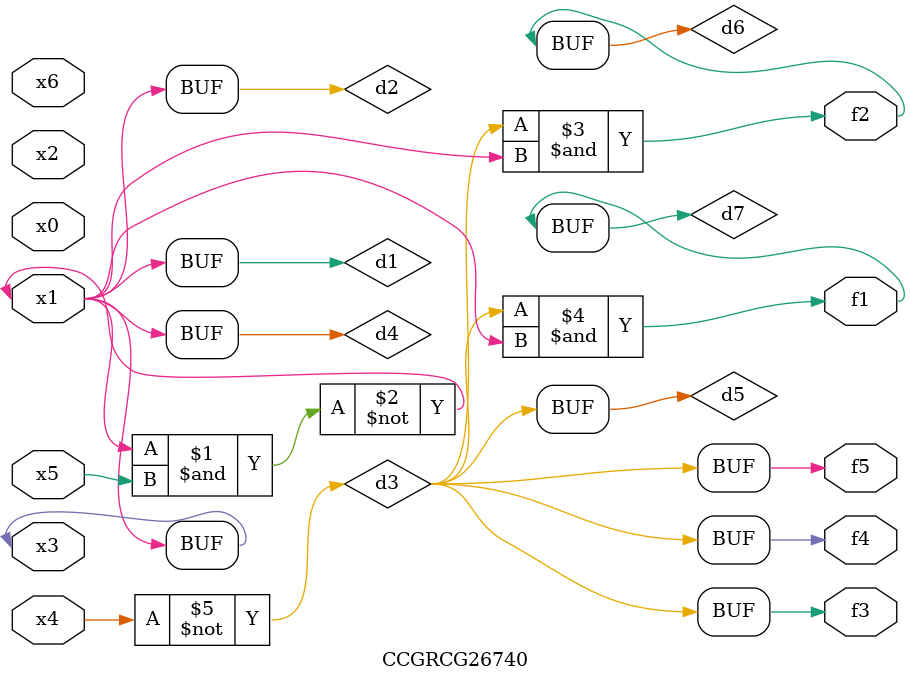
<source format=v>
module CCGRCG26740(
	input x0, x1, x2, x3, x4, x5, x6,
	output f1, f2, f3, f4, f5
);

	wire d1, d2, d3, d4, d5, d6, d7;

	buf (d1, x1, x3);
	nand (d2, x1, x5);
	not (d3, x4);
	buf (d4, d1, d2);
	buf (d5, d3);
	and (d6, d3, d4);
	and (d7, d3, d4);
	assign f1 = d7;
	assign f2 = d6;
	assign f3 = d5;
	assign f4 = d5;
	assign f5 = d5;
endmodule

</source>
